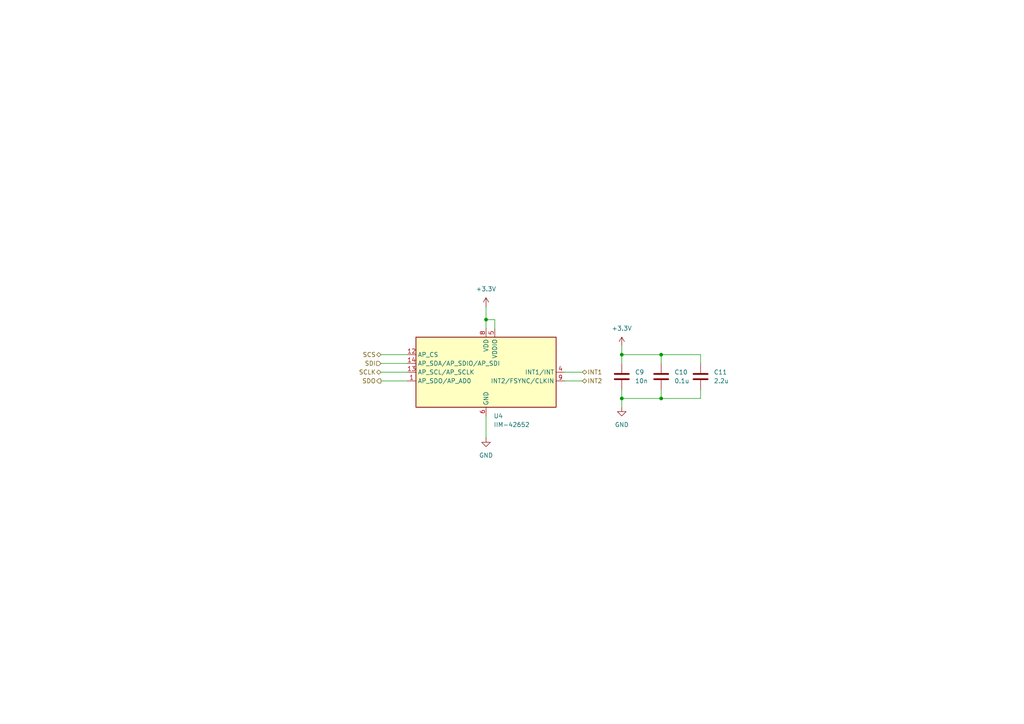
<source format=kicad_sch>
(kicad_sch (version 20231120) (generator "eeschema") (generator_version "8.0")
  (paper "A4")
  (lib_symbols
    (symbol "Device:C" (pin_numbers hide) (pin_names (offset 0.254))
      (property "Reference" "C" (at 0.635 2.54 0))
      (property "Value" "C" (at 0.635 -2.54 0))
      (symbol "C_0_1"
        (polyline (pts (xy -2.032 -0.762) (xy 2.032 -0.762)) (stroke (width 0.508)))
        (polyline (pts (xy -2.032 0.762) (xy 2.032 0.762)) (stroke (width 0.508)))
      )
      (symbol "C_1_1"
        (pin passive line (at 0 3.81 270) (length 2.794) (name "~") (number "1"))
        (pin passive line (at 0 -3.81 90) (length 2.794) (name "~") (number "2"))
      )
    )
    (symbol "Sensor_Motion:IIM-42652"
      (property "Reference" "U" (at -19.05 11.43 0))
      (property "Value" "IIM-42652" (at 15.24 11.43 0))
      (symbol "IIM-42652_0_1"
        (rectangle (start -20.32 10.16) (end 20.32 -10.16) (stroke (width 0.254)) (fill (type background)))
      )
      (symbol "IIM-42652_1_1"
        (pin input line (at -22.86 -2.54 0) (length 2.54) (name "AP_SDO/AP_AD0") (number "1"))
        (pin no_connect line (at 20.32 2.54 180) (length 2.54) hide (name "RESV") (number "10"))
        (pin no_connect line (at 20.32 -7.62 180) (length 2.54) hide (name "RESV") (number "11"))
        (pin input line (at -22.86 5.08 0) (length 2.54) (name "AP_CS") (number "12"))
        (pin input line (at -22.86 0 0) (length 2.54) (name "AP_SCL/AP_SCLK") (number "13"))
        (pin bidirectional line (at -22.86 2.54 0) (length 2.54) (name "AP_SDA/AP_SDIO/AP_SDI") (number "14"))
        (pin no_connect line (at 20.32 7.62 180) (length 2.54) hide (name "RESV") (number "2"))
        (pin no_connect line (at 20.32 5.08 180) (length 2.54) hide (name "RESV") (number "3"))
        (pin output line (at 22.86 0 180) (length 2.54) (name "INT1/INT") (number "4"))
        (pin power_in line (at 2.54 12.7 270) (length 2.54) (name "VDDIO") (number "5"))
        (pin power_in line (at 0 -12.7 90) (length 2.54) (name "GND") (number "6"))
        (pin passive line (at 0 -12.7 90) (length 2.54) hide (name "GND") (number "7"))
        (pin power_in line (at 0 12.7 270) (length 2.54) (name "VDD") (number "8"))
        (pin bidirectional line (at 22.86 -2.54 180) (length 2.54) (name "INT2/FSYNC/CLKIN") (number "9"))
      )
    )
    (symbol "power:+3.3V" (power) (pin_numbers hide) (pin_names (offset 0) hide)
      (property "Value" "+3.3V" (at 0 3.556 0))
      (symbol "+3.3V_0_1"
        (polyline (pts (xy -0.762 1.27) (xy 0 2.54)))
        (polyline (pts (xy 0 0) (xy 0 2.54)))
        (polyline (pts (xy 0 2.54) (xy 0.762 1.27)))
      )
      (symbol "+3.3V_1_1"
        (pin power_in line (at 0 0 90) (length 0) (name "~") (number "1"))
      )
    )
    (symbol "power:GND" (power) (pin_numbers hide) (pin_names (offset 0) hide)
      (property "Value" "GND" (at 0 -3.81 0))
      (symbol "GND_0_1"
        (polyline (pts (xy 0 0) (xy 0 -1.27) (xy 1.27 -1.27) (xy 0 -2.54) (xy -1.27 -1.27) (xy 0 -1.27)))
      )
      (symbol "GND_1_1"
        (pin power_in line (at 0 0 270) (length 0) (name "~") (number "1"))
      )
    )
  )
  (junction (at 180.34 115.57))
  (junction (at 191.77 102.87))
  (junction (at 191.77 115.57))
  (junction (at 140.97 92.71))
  (junction (at 180.34 102.87))
  (wire (pts (xy 180.34 102.87) (xy 191.77 102.87)))
  (wire (pts (xy 140.97 92.71) (xy 143.51 92.71)))
  (wire (pts (xy 180.34 115.57) (xy 180.34 118.11)))
  (wire (pts (xy 203.2 102.87) (xy 203.2 105.41)))
  (wire (pts (xy 110.49 110.49) (xy 118.11 110.49)))
  (wire (pts (xy 180.34 113.03) (xy 180.34 115.57)))
  (wire (pts (xy 180.34 102.87) (xy 180.34 105.41)))
  (wire (pts (xy 140.97 88.9) (xy 140.97 92.71)))
  (wire (pts (xy 191.77 102.87) (xy 203.2 102.87)))
  (wire (pts (xy 191.77 115.57) (xy 203.2 115.57)))
  (wire (pts (xy 140.97 120.65) (xy 140.97 127)))
  (wire (pts (xy 110.49 107.95) (xy 118.11 107.95)))
  (wire (pts (xy 163.83 110.49) (xy 168.91 110.49)))
  (wire (pts (xy 110.49 105.41) (xy 118.11 105.41)))
  (wire (pts (xy 180.34 115.57) (xy 191.77 115.57)))
  (wire (pts (xy 191.77 102.87) (xy 191.77 105.41)))
  (wire (pts (xy 110.49 102.87) (xy 118.11 102.87)))
  (wire (pts (xy 180.34 100.33) (xy 180.34 102.87)))
  (wire (pts (xy 143.51 92.71) (xy 143.51 95.25)))
  (wire (pts (xy 140.97 95.25) (xy 140.97 92.71)))
  (wire (pts (xy 203.2 115.57) (xy 203.2 113.03)))
  (wire (pts (xy 163.83 107.95) (xy 168.91 107.95)))
  (wire (pts (xy 191.77 115.57) (xy 191.77 113.03)))
  (hierarchical_label "SDI" (shape input) (at 110.49 105.41 180))
  (hierarchical_label "SDO" (shape output) (at 110.49 110.49 180))
  (hierarchical_label "SCLK" (shape bidirectional) (at 110.49 107.95 180))
  (hierarchical_label "SCS" (shape bidirectional) (at 110.49 102.87 180))
  (hierarchical_label "INT2" (shape bidirectional) (at 168.91 110.49 0))
  (hierarchical_label "INT1" (shape bidirectional) (at 168.91 107.95 0))
  (symbol (lib_id "power:+3.3V") (at 180.34 100.33 0) (unit 1)
    (property "Reference" "#PWR046" (effects (hide yes)))
    (property "Value" "+3.3V" (at 180.34 95.25 0))
    (property "Description" "Power symbol creates a global label with name \"+3.3V\"" (effects (hide yes)))
  )
  (symbol (lib_id "Device:C") (at 191.77 109.22 0) (unit 1)
    (property "Reference" "C10" (at 195.58 107.9499 0) (effects (justify left)))
    (property "Value" "0.1u" (at 195.58 110.4899 0) (effects (justify left)))
    (property "Footprint" "Capacitor_SMD:C_0805_2012Metric" (effects (hide yes)))
    (property "Description" "Unpolarized capacitor" (effects (hide yes)))
  )
  (symbol (lib_id "Device:C") (at 180.34 109.22 0) (unit 1)
    (property "Reference" "C9" (at 184.15 107.9499 0) (effects (justify left)))
    (property "Value" "10n" (at 184.15 110.4899 0) (effects (justify left)))
    (property "Footprint" "Capacitor_SMD:C_0805_2012Metric" (effects (hide yes)))
    (property "Description" "Unpolarized capacitor" (effects (hide yes)))
  )
  (symbol (lib_id "power:+3.3V") (at 140.97 88.9 0) (unit 1)
    (property "Reference" "#PWR044" (effects (hide yes)))
    (property "Value" "+3.3V" (at 140.97 83.82 0))
    (property "Description" "Power symbol creates a global label with name \"+3.3V\"" (effects (hide yes)))
  )
  (symbol (lib_id "Sensor_Motion:IIM-42652") (at 140.97 107.95 0) (unit 1)
    (property "Reference" "U4" (at 143.1641 120.65 0) (effects (justify left)))
    (property "Value" "IIM-42652" (at 143.1641 123.19 0) (effects (justify left)))
    (property "Footprint" "Package_LGA:Bosch_LGA-14_3x2.5mm_P0.5mm" (effects (hide yes)))
    (property "Datasheet" "https://invensense.tdk.com/wp-content/uploads/2021/01/ds-000440_iim-42652-datasheet.pdf" (effects (hide yes)))
    (property "Description" "6-axis MEMS gyroscope/accelerometer, I2C/I3C/SPI interface, 1.71 to 3.3V, LGA-14" (effects (hide yes)))
  )
  (symbol (lib_id "power:GND") (at 140.97 127 0) (unit 1)
    (property "Reference" "#PWR045" (effects (hide yes)))
    (property "Value" "GND" (at 140.97 132.08 0))
    (property "Description" "Power symbol creates a global label with name \"GND\" , ground" (effects (hide yes)))
  )
  (symbol (lib_id "Device:C") (at 203.2 109.22 0) (unit 1)
    (property "Reference" "C11" (at 207.01 107.9499 0) (effects (justify left)))
    (property "Value" "2.2u" (at 207.01 110.4899 0) (effects (justify left)))
    (property "Footprint" "Capacitor_SMD:C_0805_2012Metric" (effects (hide yes)))
    (property "Description" "Unpolarized capacitor" (effects (hide yes)))
  )
  (symbol (lib_id "power:GND") (at 180.34 118.11 0) (unit 1)
    (property "Reference" "#PWR047" (effects (hide yes)))
    (property "Value" "GND" (at 180.34 123.19 0))
    (property "Description" "Power symbol creates a global label with name \"GND\" , ground" (effects (hide yes)))
  )
)
</source>
